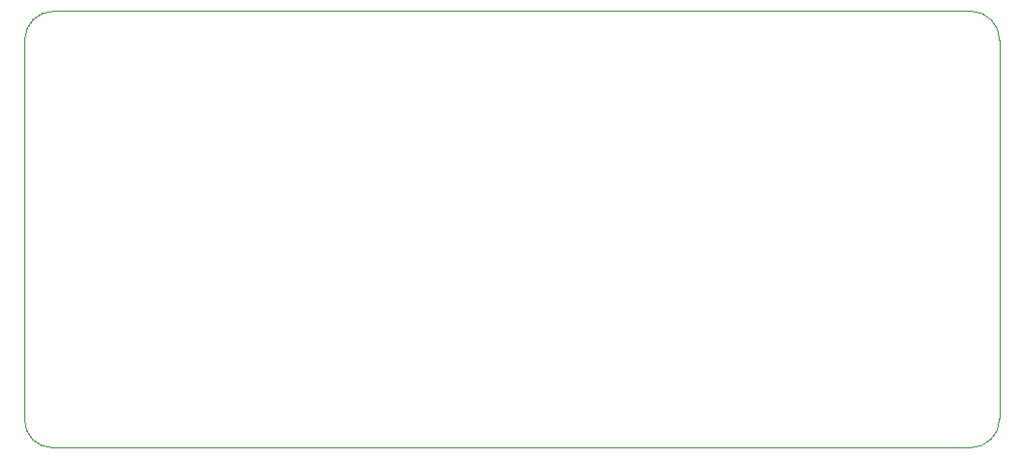
<source format=gm1>
G04 #@! TF.GenerationSoftware,KiCad,Pcbnew,(5.1.6)-1*
G04 #@! TF.CreationDate,2020-07-09T12:27:34-07:00*
G04 #@! TF.ProjectId,guide,67756964-652e-46b6-9963-61645f706362,rev?*
G04 #@! TF.SameCoordinates,Original*
G04 #@! TF.FileFunction,Profile,NP*
%FSLAX46Y46*%
G04 Gerber Fmt 4.6, Leading zero omitted, Abs format (unit mm)*
G04 Created by KiCad (PCBNEW (5.1.6)-1) date 2020-07-09 12:27:34*
%MOMM*%
%LPD*%
G01*
G04 APERTURE LIST*
G04 #@! TA.AperFunction,Profile*
%ADD10C,0.050000*%
G04 #@! TD*
G04 APERTURE END LIST*
D10*
X58801000Y-101600000D02*
X138811000Y-101600000D01*
X56388000Y-66040000D02*
X56388000Y-99187000D01*
X58801000Y-101600000D02*
G75*
G02*
X56388000Y-99187000I0J2413000D01*
G01*
X59182000Y-63500000D02*
X58928000Y-63500000D01*
X56388000Y-66040000D02*
G75*
G02*
X58928000Y-63500000I2540000J0D01*
G01*
X138811000Y-63500000D02*
X59182000Y-63500000D01*
X141351000Y-66040000D02*
X141351000Y-99060000D01*
X141351000Y-99060000D02*
G75*
G02*
X138811000Y-101600000I-2540000J0D01*
G01*
X138811000Y-63500000D02*
G75*
G02*
X141351000Y-66040000I0J-2540000D01*
G01*
M02*

</source>
